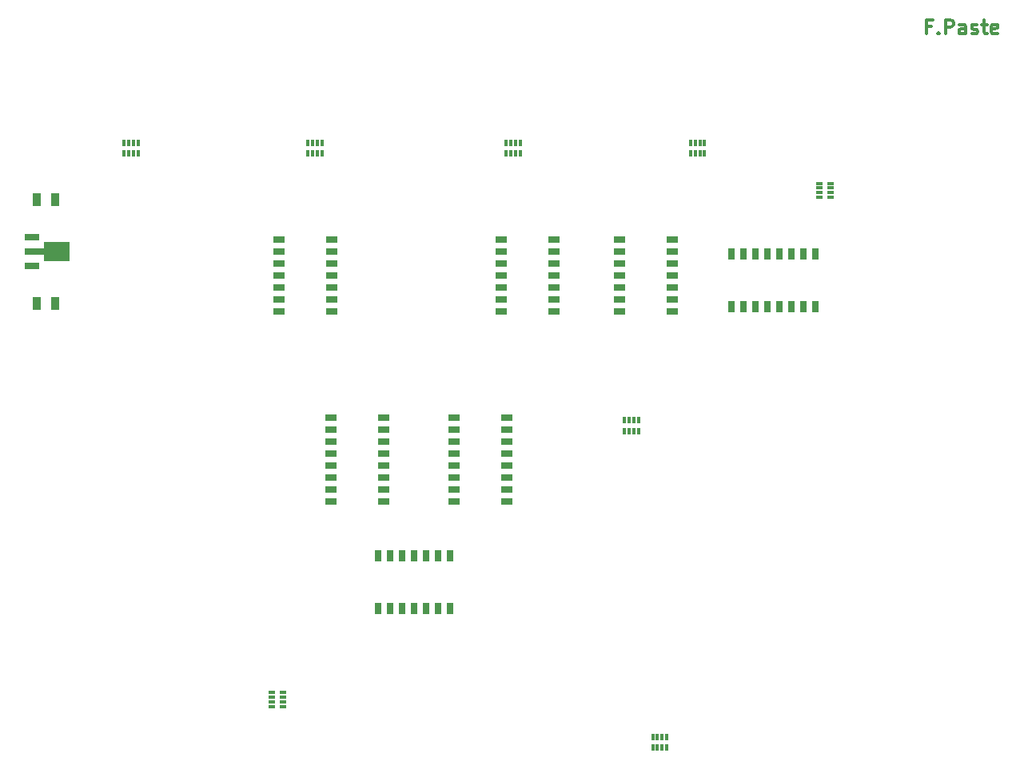
<source format=gtp>
G04 (created by PCBNEW (2013-07-07 BZR 4022)-stable) date 9/18/2013 14:01:54*
%MOIN*%
G04 Gerber Fmt 3.4, Leading zero omitted, Abs format*
%FSLAX34Y34*%
G01*
G70*
G90*
G04 APERTURE LIST*
%ADD10C,0.00590551*%
%ADD11C,0.011811*%
%ADD12R,0.05X0.025*%
%ADD13R,0.0118X0.0256*%
%ADD14R,0.0256X0.0118*%
%ADD15R,0.025X0.05*%
%ADD16R,0.035X0.055*%
%ADD17R,0.063X0.0276*%
%ADD18R,0.0827X0.0276*%
%ADD19R,0.1083X0.0787*%
G04 APERTURE END LIST*
G54D10*
G54D11*
X50688Y-11858D02*
X50492Y-11858D01*
X50492Y-12168D02*
X50492Y-11577D01*
X50773Y-11577D01*
X50998Y-12111D02*
X51026Y-12140D01*
X50998Y-12168D01*
X50970Y-12140D01*
X50998Y-12111D01*
X50998Y-12168D01*
X51279Y-12168D02*
X51279Y-11577D01*
X51504Y-11577D01*
X51560Y-11605D01*
X51588Y-11633D01*
X51616Y-11690D01*
X51616Y-11774D01*
X51588Y-11830D01*
X51560Y-11858D01*
X51504Y-11886D01*
X51279Y-11886D01*
X52123Y-12168D02*
X52123Y-11858D01*
X52095Y-11802D01*
X52038Y-11774D01*
X51926Y-11774D01*
X51870Y-11802D01*
X52123Y-12140D02*
X52066Y-12168D01*
X51926Y-12168D01*
X51870Y-12140D01*
X51841Y-12083D01*
X51841Y-12027D01*
X51870Y-11971D01*
X51926Y-11943D01*
X52066Y-11943D01*
X52123Y-11915D01*
X52376Y-12140D02*
X52432Y-12168D01*
X52544Y-12168D01*
X52601Y-12140D01*
X52629Y-12083D01*
X52629Y-12055D01*
X52601Y-11999D01*
X52544Y-11971D01*
X52460Y-11971D01*
X52404Y-11943D01*
X52376Y-11886D01*
X52376Y-11858D01*
X52404Y-11802D01*
X52460Y-11774D01*
X52544Y-11774D01*
X52601Y-11802D01*
X52798Y-11774D02*
X53023Y-11774D01*
X52882Y-11577D02*
X52882Y-12083D01*
X52910Y-12140D01*
X52966Y-12168D01*
X53023Y-12168D01*
X53444Y-12140D02*
X53388Y-12168D01*
X53276Y-12168D01*
X53219Y-12140D01*
X53191Y-12083D01*
X53191Y-11858D01*
X53219Y-11802D01*
X53276Y-11774D01*
X53388Y-11774D01*
X53444Y-11802D01*
X53473Y-11858D01*
X53473Y-11915D01*
X53191Y-11971D01*
G54D12*
X32989Y-31671D03*
X32989Y-31171D03*
X32989Y-30671D03*
X32989Y-30171D03*
X32989Y-29671D03*
X32989Y-29171D03*
X32989Y-28671D03*
X32989Y-28171D03*
X30789Y-28171D03*
X30789Y-28671D03*
X30789Y-29171D03*
X30789Y-29671D03*
X30789Y-30171D03*
X30789Y-30671D03*
X30789Y-31171D03*
X30789Y-31671D03*
X27871Y-31671D03*
X27871Y-31171D03*
X27871Y-30671D03*
X27871Y-30171D03*
X27871Y-29671D03*
X27871Y-29171D03*
X27871Y-28671D03*
X27871Y-28171D03*
X25671Y-28171D03*
X25671Y-28671D03*
X25671Y-29171D03*
X25671Y-29671D03*
X25671Y-30171D03*
X25671Y-30671D03*
X25671Y-31171D03*
X25671Y-31671D03*
G54D13*
X24705Y-17157D03*
X24902Y-17157D03*
X25099Y-17157D03*
X25296Y-17157D03*
X25296Y-16704D03*
X25099Y-16704D03*
X24902Y-16704D03*
X24705Y-16704D03*
X17027Y-17157D03*
X17224Y-17157D03*
X17421Y-17157D03*
X17618Y-17157D03*
X17618Y-16704D03*
X17421Y-16704D03*
X17224Y-16704D03*
X17027Y-16704D03*
X32972Y-17157D03*
X33169Y-17157D03*
X33366Y-17157D03*
X33563Y-17157D03*
X33563Y-16704D03*
X33366Y-16704D03*
X33169Y-16704D03*
X32972Y-16704D03*
X40649Y-17157D03*
X40846Y-17157D03*
X41043Y-17157D03*
X41240Y-17157D03*
X41240Y-16704D03*
X41043Y-16704D03*
X40846Y-16704D03*
X40649Y-16704D03*
G54D14*
X46031Y-18405D03*
X46031Y-18602D03*
X46031Y-18799D03*
X46031Y-18996D03*
X46484Y-18996D03*
X46484Y-18799D03*
X46484Y-18602D03*
X46484Y-18405D03*
G54D12*
X25706Y-23744D03*
X25706Y-23244D03*
X25706Y-22744D03*
X25706Y-22244D03*
X25706Y-21744D03*
X25706Y-21244D03*
X25706Y-20744D03*
X23506Y-20744D03*
X23506Y-21244D03*
X23506Y-21744D03*
X23506Y-22244D03*
X23506Y-22744D03*
X23506Y-23244D03*
X23506Y-23744D03*
X32758Y-20744D03*
X32758Y-21244D03*
X32758Y-21744D03*
X32758Y-22244D03*
X32758Y-22744D03*
X32758Y-23244D03*
X32758Y-23744D03*
X34958Y-23744D03*
X34958Y-23244D03*
X34958Y-22744D03*
X34958Y-22244D03*
X34958Y-21744D03*
X34958Y-21244D03*
X34958Y-20744D03*
X39879Y-23744D03*
X39879Y-23244D03*
X39879Y-22744D03*
X39879Y-22244D03*
X39879Y-21744D03*
X39879Y-21244D03*
X39879Y-20744D03*
X37679Y-20744D03*
X37679Y-21244D03*
X37679Y-21744D03*
X37679Y-22244D03*
X37679Y-22744D03*
X37679Y-23244D03*
X37679Y-23744D03*
G54D15*
X30633Y-33939D03*
X30133Y-33939D03*
X29633Y-33939D03*
X29133Y-33939D03*
X28633Y-33939D03*
X28133Y-33939D03*
X27633Y-33939D03*
X27633Y-36139D03*
X28133Y-36139D03*
X28633Y-36139D03*
X29133Y-36139D03*
X29633Y-36139D03*
X30133Y-36139D03*
X30633Y-36139D03*
X45844Y-21340D03*
X45344Y-21340D03*
X44844Y-21340D03*
X44344Y-21340D03*
X43844Y-21340D03*
X43344Y-21340D03*
X42844Y-21340D03*
X42344Y-21340D03*
X42344Y-23540D03*
X42844Y-23540D03*
X43344Y-23540D03*
X43844Y-23540D03*
X44344Y-23540D03*
X44844Y-23540D03*
X45344Y-23540D03*
X45844Y-23540D03*
G54D14*
X23653Y-40255D03*
X23653Y-40058D03*
X23653Y-39861D03*
X23653Y-39664D03*
X23200Y-39664D03*
X23200Y-39861D03*
X23200Y-40058D03*
X23200Y-40255D03*
G54D16*
X14154Y-23425D03*
X13404Y-23425D03*
X14154Y-19094D03*
X13404Y-19094D03*
G54D13*
X37893Y-28751D03*
X38090Y-28751D03*
X38287Y-28751D03*
X38484Y-28751D03*
X38484Y-28298D03*
X38287Y-28298D03*
X38090Y-28298D03*
X37893Y-28298D03*
X39075Y-41960D03*
X39272Y-41960D03*
X39469Y-41960D03*
X39666Y-41960D03*
X39666Y-41507D03*
X39469Y-41507D03*
X39272Y-41507D03*
X39075Y-41507D03*
G54D17*
X13189Y-20668D03*
G54D18*
X13287Y-21259D03*
G54D17*
X13189Y-21850D03*
G54D19*
X14232Y-21259D03*
M02*

</source>
